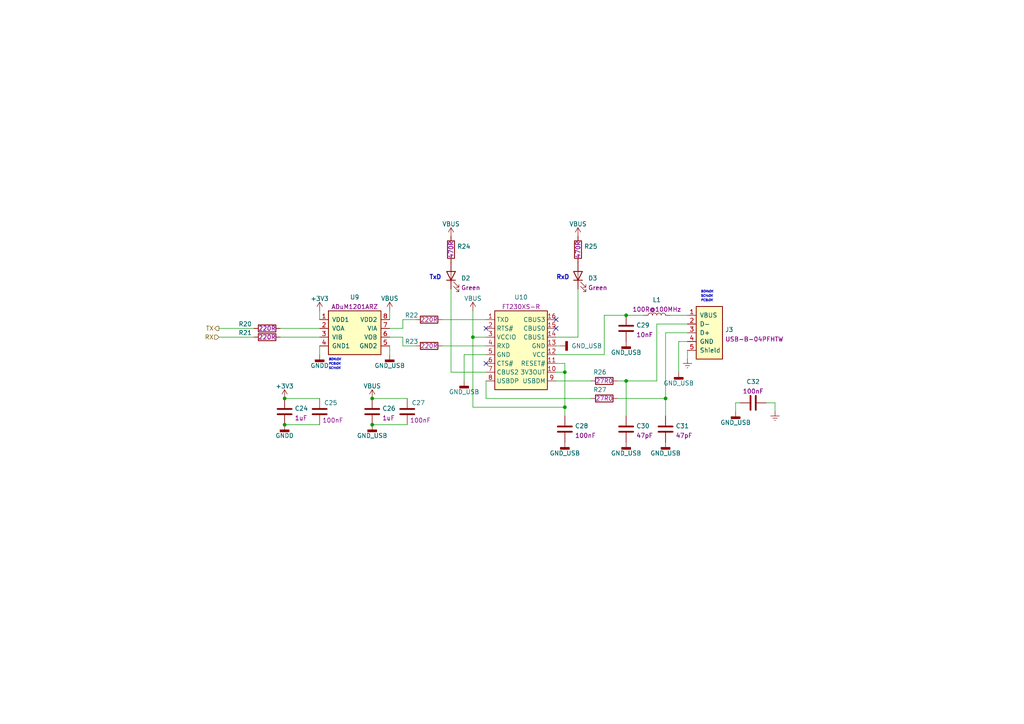
<source format=kicad_sch>
(kicad_sch (version 20211123) (generator eeschema)
  (paper "A4")
  (title_block (date "2022-03-07") (rev "V00") (company "Konvolúció Bt") (comment 1 "email: marrob50hz@gmail.com") (comment 2 "Tel: +36702776723") (comment 3 "https://github.com/marrob") (comment 4 "Support: "))
  (lib_symbols
    (symbol "0805 Green_1" (pin_numbers hide) (pin_names (offset 1.016) hide)
      (property "Reference" "D" (at 0 -2.54 0))
      (property "Comment" "Green" (at 0 -8.255 0))
      (symbol "0805 Green_1_1_1"
        (polyline (pts (xy -1.27 -1.27) (xy -1.27 1.27)) (stroke (width 0.254)))
        (polyline (pts (xy -1.27 0) (xy 1.27 0)))
        (polyline (pts (xy 1.27 -1.27) (xy 1.27 1.27) (xy -1.27 0) (xy 1.27 -1.27)) (stroke (width 0.254)))
        (polyline (pts (xy -3.048 -0.762) (xy -4.572 -2.286) (xy -3.81 -2.286) (xy -4.572 -2.286) (xy -4.572 -1.524)))
        (polyline (pts (xy -1.778 -0.762) (xy -3.302 -2.286) (xy -2.54 -2.286) (xy -3.302 -2.286) (xy -3.302 -1.524)))
        (pin passive line (at -3.81 0 0) (length 2.54) (name "K") (number "1"))
        (pin passive line (at 3.81 0 180) (length 2.54) (name "A") (number "2"))
      )
    )
    (symbol "Connectors:USB-B-04PFHTW" (pin_names (offset 1.016))
      (property "Reference" "P" (at -3.81 8.89 0))
      (property "Comment" "USB-B-04PFHTW" (at -1.27 -8.89 0))
      (symbol "USB-B-04PFHTW_0_1"
        (rectangle (start -3.81 7.62) (end 3.81 -7.62) (stroke (width 0.254)) (fill (type background)))
      )
      (symbol "USB-B-04PFHTW_1_1"
        (pin power_out line (at -6.35 5.08 0) (length 2.54) (name "VBUS") (number "1"))
        (pin bidirectional line (at -6.35 2.54 0) (length 2.54) (name "D-") (number "2"))
        (pin bidirectional line (at -6.35 0 0) (length 2.54) (name "D+") (number "3"))
        (pin power_out line (at -6.35 -2.54 0) (length 2.54) (name "GND") (number "4"))
        (pin passive line (at -6.35 -5.08 0) (length 2.54) (name "Shield") (number "5"))
      )
    )
    (symbol "CustomPowers:+3V3" (power) (pin_names (offset 0))
      (property "Value" "+3V3" (at 0 3.556 0))
      (symbol "+3V3_0_1"
        (polyline (pts (xy -0.762 1.27) (xy 0 2.54)))
        (polyline (pts (xy 0 0) (xy 0 2.54)))
        (polyline (pts (xy 0 2.54) (xy 0.762 1.27)))
      )
      (symbol "+3V3_1_1"
        (pin power_in line (at 0 0 90) (length 0) hide (name "+3V3") (number "1"))
      )
    )
    (symbol "CustomPowers:GNDD" (power) (pin_names (offset 0))
      (property "Value" "GNDD" (at 0 -3.175 0))
      (symbol "GNDD_0_1"
        (rectangle (start -1.27 -1.524) (end 1.27 -2.032) (stroke (width 0.254)) (fill (type outline)))
        (polyline (pts (xy 0 0) (xy 0 -1.524)))
      )
      (symbol "GNDD_1_1"
        (pin power_in line (at 0 0 270) (length 0) hide (name "GNDD") (number "1"))
      )
    )
    (symbol "CustomPowers:GND_USB" (power) (pin_names (offset 0))
      (property "Value" "GND_USB" (at 0 -3.175 0))
      (symbol "GND_USB_0_1"
        (rectangle (start -1.27 -1.524) (end 1.27 -2.032) (stroke (width 0.254)) (fill (type outline)))
        (polyline (pts (xy 0 0) (xy 0 -1.524)))
      )
      (symbol "GND_USB_1_1"
        (pin power_in line (at 0 0 270) (length 0) hide (name "GND_USB") (number "1"))
      )
    )
    (symbol "Interfaces:FT230XS"
      (property "Reference" "U" (at -7.62 15.24 0))
      (property "Comment" "FT230XS-R" (at -2.54 12.7 0))
      (symbol "FT230XS_0_1"
        (rectangle (start -7.62 11.43) (end 7.62 -11.43) (stroke (width 0.254)) (fill (type background)))
      )
      (symbol "FT230XS_1_1"
        (pin output line (at -10.16 8.89 0) (length 2.54) (name "TXD") (number "1"))
        (pin power_out line (at 10.16 -6.35 180) (length 2.54) (name "3V3OUT") (number "10"))
        (pin input line (at 10.16 -3.81 180) (length 2.54) (name "RESET#") (number "11"))
        (pin power_in line (at 10.16 -1.27 180) (length 2.54) (name "VCC") (number "12"))
        (pin power_in line (at 10.16 1.27 180) (length 2.54) (name "GND") (number "13"))
        (pin bidirectional line (at 10.16 3.81 180) (length 2.54) (name "CBUS1") (number "14"))
        (pin bidirectional line (at 10.16 6.35 180) (length 2.54) (name "CBUS0") (number "15"))
        (pin bidirectional line (at 10.16 8.89 180) (length 2.54) (name "CBUS3") (number "16"))
        (pin output line (at -10.16 6.35 0) (length 2.54) (name "RTS#") (number "2"))
        (pin power_in line (at -10.16 3.81 0) (length 2.54) (name "VCCIO") (number "3"))
        (pin input line (at -10.16 1.27 0) (length 2.54) (name "RXD") (number "4"))
        (pin power_in line (at -10.16 -1.27 0) (length 2.54) (name "GND") (number "5"))
        (pin input line (at -10.16 -3.81 0) (length 2.54) (name "CTS#") (number "6"))
        (pin bidirectional line (at -10.16 -6.35 0) (length 2.54) (name "CBUS2") (number "7"))
        (pin bidirectional line (at -10.16 -8.89 0) (length 2.54) (name "USBDP") (number "8"))
        (pin bidirectional line (at 10.16 -8.89 180) (length 2.54) (name "USBDM") (number "9"))
      )
    )
    (symbol "LED:0805 Green" (pin_numbers hide) (pin_names (offset 1.016) hide)
      (property "Reference" "D" (at 0 -2.54 0))
      (property "Comment" "Green" (at 0 -8.255 0))
      (symbol "0805 Green_1_1"
        (polyline (pts (xy -1.27 -1.27) (xy -1.27 1.27)) (stroke (width 0.254)))
        (polyline (pts (xy -1.27 0) (xy 1.27 0)))
        (polyline (pts (xy 1.27 -1.27) (xy 1.27 1.27) (xy -1.27 0) (xy 1.27 -1.27)) (stroke (width 0.254)))
        (polyline (pts (xy -3.048 -0.762) (xy -4.572 -2.286) (xy -3.81 -2.286) (xy -4.572 -2.286) (xy -4.572 -1.524)))
        (polyline (pts (xy -1.778 -0.762) (xy -3.302 -2.286) (xy -2.54 -2.286) (xy -3.302 -2.286) (xy -3.302 -1.524)))
        (pin passive line (at -3.81 0 0) (length 2.54) (name "K") (number "1"))
        (pin passive line (at 3.81 0 180) (length 2.54) (name "A") (number "2"))
      )
    )
    (symbol "Logic:ADuM1201ARZ" (pin_names (offset 1.016))
      (property "Reference" "U" (at -7.62 7.62 0))
      (property "Comment" "ADuM1201ARZ" (at 0.635 -27.94 0))
      (symbol "ADuM1201ARZ_1_1"
        (rectangle (start -7.62 6.35) (end 7.62 -6.35) (stroke (width 0.254)) (fill (type background)))
        (pin power_in line (at -10.16 3.81 0) (length 2.54) (name "VDD1") (number "1"))
        (pin output line (at -10.16 1.27 0) (length 2.54) (name "VOA") (number "2"))
        (pin input line (at -10.16 -1.27 0) (length 2.54) (name "VIB") (number "3"))
        (pin power_in line (at -10.16 -3.81 0) (length 2.54) (name "GND1") (number "4"))
        (pin power_in line (at 10.16 -3.81 180) (length 2.54) (name "GND2") (number "5"))
        (pin output line (at 10.16 -1.27 180) (length 2.54) (name "VOB") (number "6"))
        (pin input line (at 10.16 1.27 180) (length 2.54) (name "VIA") (number "7"))
        (pin power_in line (at 10.16 3.81 180) (length 2.54) (name "VDD2") (number "8"))
      )
    )
    (symbol "Passive:Capacitator 0805 100nF 50V 10% X7R" (pin_numbers hide) (pin_names (offset 1.016))
      (property "Reference" "C" (at 3.81 1.27 0))
      (property "Comment" "100nF" (at 6.35 -1.27 0))
      (symbol "Capacitator 0805 100nF 50V 10% X7R_1_1"
        (polyline (pts (xy -2.032 -0.762) (xy 2.032 -0.762)) (stroke (width 0.508)))
        (polyline (pts (xy -2.032 0.762) (xy 2.032 0.762)) (stroke (width 0.508)))
        (pin passive line (at 0 3.81 270) (length 2.794) (name "~") (number "1"))
        (pin passive line (at 0 -3.81 90) (length 2.794) (name "~") (number "2"))
      )
    )
    (symbol "Passive:Capacitator 0805 10nF 50V 10% C0G" (pin_numbers hide) (pin_names (offset 1.016) hide)
      (property "Reference" "C" (at 0 0 0))
      (property "Comment" "10nF" (at 0 0 0))
      (symbol "Capacitator 0805 10nF 50V 10% C0G_1_1"
        (polyline (pts (xy -2.032 -0.762) (xy 2.032 -0.762)) (stroke (width 0.508)))
        (polyline (pts (xy -2.032 0.762) (xy 2.032 0.762)) (stroke (width 0.508)))
        (pin passive line (at 0 3.81 270) (length 2.794) (name "~") (number "1"))
        (pin passive line (at 0 -3.81 90) (length 2.794) (name "~") (number "2"))
      )
    )
    (symbol "Passive:Capacitator 0805 1uF 16V 10% X7R" (pin_numbers hide) (pin_names (offset 1.016) hide)
      (property "Reference" "C" (at 0 -5.08 0))
      (property "Comment" "1uF" (at 0 -10.16 0))
      (symbol "Capacitator 0805 1uF 16V 10% X7R_1_1"
        (polyline (pts (xy -2.032 -0.762) (xy 2.032 -0.762)) (stroke (width 0.508)))
        (polyline (pts (xy -2.032 0.762) (xy 2.032 0.762)) (stroke (width 0.508)))
        (pin passive line (at 0 3.81 270) (length 2.794) (name "~") (number "1"))
        (pin passive line (at 0 -3.81 90) (length 2.794) (name "~") (number "2"))
      )
    )
    (symbol "Passive:Capacitator 0805 47pF 50V 5% NP0" (pin_numbers hide) (pin_names (offset 1.016))
      (property "Reference" "C" (at 0 0 0))
      (property "Comment" "47pF" (at 0 0 0))
      (symbol "Capacitator 0805 47pF 50V 5% NP0_1_1"
        (polyline (pts (xy -2.032 -0.762) (xy 2.032 -0.762)) (stroke (width 0.508)))
        (polyline (pts (xy -2.032 0.762) (xy 2.032 0.762)) (stroke (width 0.508)))
        (pin passive line (at 0 3.81 270) (length 2.794) (name "~") (number "1"))
        (pin passive line (at 0 -3.81 90) (length 2.794) (name "~") (number "2"))
      )
    )
    (symbol "Passive:Filter 0805 CB05YTYH101" (pin_numbers hide) (pin_names (offset 1.016) hide)
      (property "Reference" "L" (at 0 -5.715 0))
      (property "Comment" "100R@100MHz" (at 0 -7.62 0))
      (symbol "Filter 0805 CB05YTYH101_0_1"
        (arc (start 0 -2.54) (mid 0.635 -1.905) (end 0 -1.27))
        (arc (start 0 -1.27) (mid 0.635 -0.635) (end 0 0))
        (arc (start 0 0) (mid 0.635 0.635) (end 0 1.27))
        (arc (start 0 1.27) (mid 0.635 1.905) (end 0 2.54))
      )
      (symbol "Filter 0805 CB05YTYH101_1_1"
        (pin passive line (at 0 3.81 270) (length 1.27) (name "1") (number "1"))
        (pin passive line (at 0 -3.81 90) (length 1.27) (name "2") (number "2"))
      )
    )
    (symbol "Passive:Resistor 0805 220R" (pin_numbers hide) (pin_names (offset 1.016))
      (property "Reference" "R" (at 0 0 0))
      (property "Comment" "220R" (at 0 0 0))
      (symbol "Resistor 0805 220R_1_1"
        (rectangle (start -1.016 -2.54) (end 1.016 2.54) (stroke (width 0.254)))
        (pin passive line (at 0 3.81 270) (length 1.27) (name "~") (number "1"))
        (pin passive line (at 0 -3.81 90) (length 1.27) (name "~") (number "2"))
      )
    )
    (symbol "Passive:Resistor 0805 27R0" (pin_numbers hide) (pin_names (offset 1.016) hide)
      (property "Reference" "R" (at 0 0 0))
      (property "Comment" "27R0" (at 0 -22.86 0))
      (symbol "Resistor 0805 27R0_1_1"
        (rectangle (start -1.016 -2.54) (end 1.016 2.54) (stroke (width 0.254)))
        (pin passive line (at 0 3.81 270) (length 1.27) (name "~") (number "1"))
        (pin passive line (at 0 -3.81 90) (length 1.27) (name "~") (number "2"))
      )
    )
    (symbol "Passive:Resistor 0805 470R" (pin_numbers hide) (pin_names (offset 1.016))
      (property "Reference" "R" (at 0 0 0))
      (property "Comment" "470R" (at 0 0 0))
      (symbol "Resistor 0805 470R_1_1"
        (rectangle (start -1.016 -2.54) (end 1.016 2.54) (stroke (width 0.254)))
        (pin passive line (at 0 3.81 270) (length 1.27) (name "~") (number "1"))
        (pin passive line (at 0 -3.81 90) (length 1.27) (name "~") (number "2"))
      )
    )
    (symbol "power:Earth" (power) (pin_names (offset 0))
      (symbol "Earth_0_1"
        (polyline (pts (xy -0.635 -1.905) (xy 0.635 -1.905)))
        (polyline (pts (xy -0.127 -2.54) (xy 0.127 -2.54)))
        (polyline (pts (xy 0 -1.27) (xy 0 0)))
        (polyline (pts (xy 1.27 -1.27) (xy -1.27 -1.27)))
      )
      (symbol "Earth_1_1"
        (pin power_in line (at 0 0 270) (length 0) hide (name "Earth") (number "1"))
      )
    )
    (symbol "power:VBUS" (power) (pin_names (offset 0))
      (property "Value" "VBUS" (at 0 3.81 0))
      (symbol "VBUS_0_1"
        (polyline (pts (xy -0.762 1.27) (xy 0 2.54)))
        (polyline (pts (xy 0 0) (xy 0 2.54)))
        (polyline (pts (xy 0 2.54) (xy 0.762 1.27)))
      )
      (symbol "VBUS_1_1"
        (pin power_in line (at 0 0 90) (length 0) hide (name "VBUS") (number "1"))
      )
    )
  )
  (junction (at 163.83 107.95))
  (junction (at 163.83 118.11))
  (junction (at 82.55 123.19))
  (junction (at 181.61 110.49))
  (junction (at 107.95 115.57))
  (junction (at 82.55 115.57))
  (junction (at 137.16 97.79))
  (junction (at 107.95 123.19))
  (junction (at 181.61 91.44))
  (junction (at 193.04 115.57))
  (no_connect (at 140.97 95.25))
  (no_connect (at 140.97 105.41))
  (no_connect (at 161.29 92.71))
  (no_connect (at 161.29 95.25))
  (wire (pts (xy 161.29 100.33) (xy 162.56 100.33)))
  (wire (pts (xy 113.03 90.17) (xy 113.03 92.71)))
  (wire (pts (xy 81.28 95.25) (xy 92.71 95.25)))
  (wire (pts (xy 82.55 115.57) (xy 92.71 115.57)))
  (wire (pts (xy 107.95 115.57) (xy 118.11 115.57)))
  (wire (pts (xy 193.04 115.57) (xy 193.04 96.52)))
  (wire (pts (xy 194.31 91.44) (xy 199.39 91.44)))
  (wire (pts (xy 190.5 93.98) (xy 190.5 110.49)))
  (wire (pts (xy 63.5 97.79) (xy 73.66 97.79)))
  (wire (pts (xy 161.29 107.95) (xy 163.83 107.95)))
  (wire (pts (xy 163.83 118.11) (xy 163.83 120.65)))
  (wire (pts (xy 224.79 116.84) (xy 222.25 116.84)))
  (wire (pts (xy 163.83 107.95) (xy 163.83 118.11)))
  (wire (pts (xy 175.26 91.44) (xy 175.26 102.87)))
  (wire (pts (xy 128.27 92.71) (xy 140.97 92.71)))
  (wire (pts (xy 81.28 97.79) (xy 92.71 97.79)))
  (wire (pts (xy 224.79 119.38) (xy 224.79 116.84)))
  (wire (pts (xy 134.62 102.87) (xy 140.97 102.87)))
  (wire (pts (xy 92.71 100.33) (xy 92.71 102.87)))
  (wire (pts (xy 128.27 100.33) (xy 140.97 100.33)))
  (wire (pts (xy 107.95 123.19) (xy 118.11 123.19)))
  (wire (pts (xy 161.29 97.79) (xy 167.64 97.79)))
  (wire (pts (xy 113.03 97.79) (xy 116.84 97.79)))
  (wire (pts (xy 161.29 102.87) (xy 175.26 102.87)))
  (wire (pts (xy 213.36 116.84) (xy 213.36 119.38)))
  (wire (pts (xy 181.61 110.49) (xy 190.5 110.49)))
  (wire (pts (xy 199.39 101.6) (xy 199.39 104.14)))
  (wire (pts (xy 167.64 83.82) (xy 167.64 97.79)))
  (wire (pts (xy 113.03 95.25) (xy 116.84 95.25)))
  (wire (pts (xy 161.29 105.41) (xy 163.83 105.41)))
  (wire (pts (xy 137.16 118.11) (xy 163.83 118.11)))
  (wire (pts (xy 134.62 102.87) (xy 134.62 110.49)))
  (wire (pts (xy 92.71 90.17) (xy 92.71 92.71)))
  (wire (pts (xy 214.63 116.84) (xy 213.36 116.84)))
  (wire (pts (xy 82.55 123.19) (xy 92.71 123.19)))
  (wire (pts (xy 116.84 97.79) (xy 116.84 100.33)))
  (wire (pts (xy 181.61 91.44) (xy 175.26 91.44)))
  (wire (pts (xy 113.03 100.33) (xy 113.03 102.87)))
  (wire (pts (xy 137.16 90.17) (xy 137.16 97.79)))
  (wire (pts (xy 190.5 93.98) (xy 199.39 93.98)))
  (wire (pts (xy 116.84 92.71) (xy 116.84 95.25)))
  (wire (pts (xy 171.45 115.57) (xy 140.97 115.57)))
  (wire (pts (xy 181.61 110.49) (xy 181.61 120.65)))
  (wire (pts (xy 137.16 97.79) (xy 140.97 97.79)))
  (wire (pts (xy 130.81 107.95) (xy 140.97 107.95)))
  (wire (pts (xy 116.84 100.33) (xy 120.65 100.33)))
  (wire (pts (xy 193.04 115.57) (xy 193.04 120.65)))
  (wire (pts (xy 140.97 115.57) (xy 140.97 110.49)))
  (wire (pts (xy 161.29 110.49) (xy 171.45 110.49)))
  (wire (pts (xy 199.39 99.06) (xy 196.85 99.06)))
  (wire (pts (xy 137.16 97.79) (xy 137.16 118.11)))
  (wire (pts (xy 179.07 115.57) (xy 193.04 115.57)))
  (wire (pts (xy 130.81 83.82) (xy 130.81 107.95)))
  (wire (pts (xy 179.07 110.49) (xy 181.61 110.49)))
  (wire (pts (xy 63.5 95.25) (xy 73.66 95.25)))
  (wire (pts (xy 193.04 96.52) (xy 199.39 96.52)))
  (wire (pts (xy 116.84 92.71) (xy 120.65 92.71)))
  (wire (pts (xy 186.69 91.44) (xy 181.61 91.44)))
  (wire (pts (xy 196.85 99.06) (xy 196.85 107.95)))
  (wire (pts (xy 163.83 105.41) (xy 163.83 107.95)))
  (text "TxD" (at 124.46 81.28 0) (effects (font (size 1.27 1.27) bold) (justify left bottom)))
  (text "PCB:OK" (at 95.25 106.045 0) (effects (font (size 0.635 0.635) italic) (justify left bottom)))
  (text "RxD" (at 161.29 81.28 0) (effects (font (size 1.27 1.27) (thickness 0.254) bold) (justify left bottom)))
  (text "SCH:OK" (at 203.2 86.36 0) (effects (font (size 0.635 0.635) italic) (justify left bottom)))
  (text "PCB:OK" (at 203.2 87.63 0) (effects (font (size 0.635 0.635) italic) (justify left bottom)))
  (text "SCH:OK" (at 95.25 107.315 0) (effects (font (size 0.635 0.635) italic) (justify left bottom)))
  (text "BOM:OK" (at 203.2 85.09 0) (effects (font (size 0.635 0.635) italic) (justify left bottom)))
  (text "BOM:OK" (at 95.25 104.775 0) (effects (font (size 0.635 0.635) italic) (justify left bottom)))
  (hierarchical_label "RX" (shape input) (at 63.5 97.79 180))
  (hierarchical_label "TX" (shape output) (at 63.5 95.25 180))
  (symbol (lib_id "power:Earth") (at 224.79 119.38 0) (unit 1)
    (property "Reference" "#PWR081" (effects hide))
    (property "Value" "Earth" (effects hide))
  )
  (symbol (lib_id "CustomPowers:+3V3") (at 82.55 115.57 0) (unit 1)
    (property "Reference" "#PWR061" (effects hide))
    (property "Value" "+3V3" (at 82.55 112.014 0))
  )
  (symbol (lib_id "Passive:Capacitator 0805 100nF 50V 10% X7R") (at 118.11 119.38 0) (unit 1)
    (property "Reference" "C27" (at 119.38 116.84 0) (effects (justify left)))
    (property "Value" "Capacitator 0805 100nF 50V 10% X7R" (effects hide))
    (property "Footprint" "Passive:C0805" (effects hide))
    (property "Comment" "100nF" (at 121.92 121.92 0))
    (property "Manufacturer" "YAGEO" (effects hide))
    (property "ManufacturerPartNo" "CC0805KRX7R9BB104" (effects hide))
    (property "Supplier" "FAR-3019949;LOM-82-01-25" (effects hide))
  )
  (symbol (lib_id "Interfaces:FT230XS") (at 151.13 101.6 0) (unit 1)
    (property "Reference" "U10" (at 151.13 86.2035 0))
    (property "Value" "FT230XS" (effects hide))
    (property "Footprint" "Semiconductor:SSOP-16" (effects hide))
    (property "Datasheet" "${KNV_DATASHEET}\\FT230XS.pdf" (effects hide))
    (property "Comment" "FT230XS-R" (at 151.13 88.9786 0))
    (property "Manufacturer" "FTDI" (effects hide))
    (property "ManufacturerPartNo" "FT230XS-R" (effects hide))
    (property "Supplier" "FAR-2081321RL;TME-FT230XS-R;" (effects hide))
  )
  (symbol (lib_id "power:VBUS") (at 107.95 115.57 0) (unit 1)
    (property "Reference" "#PWR065" (effects hide))
    (property "Value" "VBUS" (at 107.95 111.9655 0))
  )
  (symbol (lib_id "CustomPowers:GND_USB") (at 213.36 119.38 0) (unit 1)
    (property "Reference" "#PWR080" (effects hide))
    (property "Value" "GND_USB" (at 213.36 122.555 0))
  )
  (symbol (lib_id "Passive:Capacitator 0805 47pF 50V 5% NP0") (at 193.04 124.46 0) (unit 1)
    (property "Reference" "C31" (at 195.961 123.5515 0) (effects (justify left)))
    (property "Value" "Capacitator 0805 47pF 50V 5% NP0" (effects hide))
    (property "Footprint" "Passive:C0805" (effects hide))
    (property "Comment" "47pF" (at 195.961 126.3266 0) (effects (justify left)))
    (property "Manufacturer" "SAMSUNG;" (effects hide))
    (property "ManufacturerPartNo" "CL21C470JBANNNC;" (effects hide))
    (property "Supplier" "LOM-82-05-57;TME-CL21C470JBANNNC;" (effects hide))
  )
  (symbol (lib_id "CustomPowers:GND_USB") (at 113.03 102.87 0) (unit 1)
    (property "Reference" "#PWR068" (effects hide))
    (property "Value" "GND_USB" (at 113.03 106.045 0))
  )
  (symbol (lib_id "Passive:Resistor 0805 220R") (at 124.46 92.71 90) (unit 1)
    (property "Reference" "R22" (at 119.38 91.44 90))
    (property "Value" "Resistor 0805 220R" (effects hide))
    (property "Footprint" "Passive:R0805" (effects hide))
    (property "Comment" "220R" (at 124.46 92.71 90))
    (property "Manufacturer" "Viking Tech Corp." (effects hide))
    (property "ManufacturerPartNo" "CR-05FL7--220R 0.125W " (effects hide))
    (property "Supplier" "LOM-80-10-78;" (effects hide))
  )
  (symbol (lib_id "CustomPowers:GND_USB") (at 107.95 123.19 0) (unit 1)
    (property "Reference" "#PWR066" (effects hide))
    (property "Value" "GND_USB" (at 107.95 126.365 0))
  )
  (symbol (lib_id "Passive:Resistor 0805 470R") (at 167.64 72.39 0) (unit 1)
    (property "Reference" "R25" (at 169.418 71.4815 0) (effects (justify left)))
    (property "Value" "Resistor 0805 470R" (effects hide))
    (property "Footprint" "Passive:R0805" (effects hide))
    (property "Comment" "470R" (at 167.64 72.39 90))
    (property "Manufacturer" "Walsin" (effects hide))
    (property "ManufacturerPartNo" "WR08X471JTL" (effects hide))
    (property "Supplier" "LOM-81-30-15;" (effects hide))
  )
  (symbol (lib_id "CustomPowers:GND_USB") (at 163.83 128.27 0) (unit 1)
    (property "Reference" "#PWR073" (effects hide))
    (property "Value" "GND_USB" (at 163.83 131.445 0))
  )
  (symbol (lib_id "CustomPowers:GND_USB") (at 134.62 110.49 0) (unit 1)
    (property "Reference" "#PWR070" (effects hide))
    (property "Value" "GND_USB" (at 134.62 113.665 0))
  )
  (symbol (lib_name "0805 Green_1") (lib_id "LED:0805 Green") (at 167.64 80.01 90) (unit 1)
    (property "Reference" "D3" (at 170.561 80.689 90) (effects (justify right)))
    (property "Value" "0805 Green" (effects hide))
    (property "Footprint" "Passive:LED0805 GRE" (effects hide))
    (property "Comment" "Green" (at 170.561 83.4641 90) (effects (justify right)))
    (property "Manufacturer" "KINGBRIGHT;Hongli Tronic;" (effects hide))
    (property "ManufacturerPartNo" "KP-2010SGC" (effects hide))
    (property "Supplier" "TME-KP-2012SGC;FAR-2099239;LOM-95-01-09;LOM-95-04-06;" (effects hide))
  )
  (symbol (lib_id "CustomPowers:GND_USB") (at 181.61 128.27 0) (unit 1)
    (property "Reference" "#PWR076" (effects hide))
    (property "Value" "GND_USB" (at 181.61 131.445 0))
  )
  (symbol (lib_id "Passive:Capacitator 0805 1uF 16V 10% X7R") (at 107.95 119.38 0) (unit 1)
    (property "Reference" "C26" (at 110.871 118.4715 0) (effects (justify left)))
    (property "Value" "Capacitator 0805 1uF 16V 10% X7R" (effects hide))
    (property "Footprint" "Passive:C0805" (effects hide))
    (property "Comment" "1uF" (at 110.871 121.2466 0) (effects (justify left)))
    (property "Manufacturer" "YAGEO; SAMSUNG;" (effects hide))
    (property "ManufacturerPartNo" "CC0805KKX7R7BB105;CL21B105KBFNNNG;" (effects hide))
    (property "Supplier" "LOM-82-05-11;FAR-2370711;TME-CC0805KKX7R7BB105;" (effects hide))
  )
  (symbol (lib_id "Passive:Capacitator 0805 10nF 50V 10% C0G") (at 181.61 95.25 0) (unit 1)
    (property "Reference" "C29" (at 184.531 94.3415 0) (effects (justify left)))
    (property "Value" "Capacitator 0805 10nF 50V 10% C0G" (effects hide))
    (property "Footprint" "Passive:C0805" (effects hide))
    (property "Comment" "10nF" (at 184.531 97.1166 0) (effects (justify left)))
    (property "Manufacturer" "WALSIN" (effects hide))
    (property "ManufacturerPartNo" "0805N103J500" (effects hide))
    (property "Supplier" "TME-0805N103J500;" (effects hide))
  )
  (symbol (lib_id "power:VBUS") (at 113.03 90.17 0) (unit 1)
    (property "Reference" "#PWR067" (effects hide))
    (property "Value" "VBUS" (at 113.03 86.5655 0))
  )
  (symbol (lib_id "CustomPowers:GND_USB") (at 162.56 100.33 90) (unit 1)
    (property "Reference" "#PWR072" (effects hide))
    (property "Value" "GND_USB" (at 170.18 100.33 90))
  )
  (symbol (lib_id "power:VBUS") (at 167.64 68.58 0) (unit 1)
    (property "Reference" "#PWR074" (effects hide))
    (property "Value" "VBUS" (at 167.64 64.9755 0))
  )
  (symbol (lib_id "power:Earth") (at 199.39 104.14 0) (unit 1)
    (property "Reference" "#PWR079" (effects hide))
    (property "Value" "Earth" (effects hide))
  )
  (symbol (lib_id "CustomPowers:+3V3") (at 92.71 90.17 0) (unit 1)
    (property "Reference" "#PWR063" (effects hide))
    (property "Value" "+3V3" (at 92.71 86.614 0))
  )
  (symbol (lib_id "Passive:Capacitator 0805 47pF 50V 5% NP0") (at 181.61 124.46 0) (unit 1)
    (property "Reference" "C30" (at 184.531 123.5515 0) (effects (justify left)))
    (property "Value" "Capacitator 0805 47pF 50V 5% NP0" (effects hide))
    (property "Footprint" "Passive:C0805" (effects hide))
    (property "Comment" "47pF" (at 184.531 126.3266 0) (effects (justify left)))
    (property "Manufacturer" "SAMSUNG;" (effects hide))
    (property "ManufacturerPartNo" "CL21C470JBANNNC;" (effects hide))
    (property "Supplier" "LOM-82-05-57;TME-CL21C470JBANNNC;" (effects hide))
  )
  (symbol (lib_id "Passive:Capacitator 0805 1uF 16V 10% X7R") (at 82.55 119.38 0) (unit 1)
    (property "Reference" "C24" (at 85.471 118.4715 0) (effects (justify left)))
    (property "Value" "Capacitator 0805 1uF 16V 10% X7R" (effects hide))
    (property "Footprint" "Passive:C0805" (effects hide))
    (property "Comment" "1uF" (at 85.471 121.2466 0) (effects (justify left)))
    (property "Manufacturer" "YAGEO; SAMSUNG;" (effects hide))
    (property "ManufacturerPartNo" "CC0805KKX7R7BB105;CL21B105KBFNNNG;" (effects hide))
    (property "Supplier" "LOM-82-05-11;FAR-2370711;TME-CC0805KKX7R7BB105;" (effects hide))
  )
  (symbol (lib_id "Passive:Resistor 0805 27R0") (at 175.26 110.49 90) (unit 1)
    (property "Reference" "R26" (at 173.99 107.95 90))
    (property "Value" "Resistor 0805 27R0" (effects hide))
    (property "Footprint" "Passive:R0805" (effects hide))
    (property "Comment" "27R0" (at 175.26 110.49 90))
    (property "Manufacturer" "ROYAL OHM" (effects hide))
    (property "ManufacturerPartNo" "0805S8J0270T5E" (effects hide))
    (property "Supplier" "TME-SMD0805-27R;LOM-80-10-67;" (effects hide))
  )
  (symbol (lib_id "Connectors:USB-B-04PFHTW") (at 205.74 96.52 0) (unit 1)
    (property "Reference" "J3" (at 210.312 95.6115 0) (effects (justify left)))
    (property "Value" "USB-B-04PFHTW" (effects hide))
    (property "Footprint" "Connectors:T-T USB-B-04PFHTW" (effects hide))
    (property "Datasheet" "${KNV_DATASHEET}\\USB-B-04PFHTW.pdf" (effects hide))
    (property "Comment" "USB-B-04PFHTW" (at 210.312 98.3866 0) (effects (justify left)))
    (property "Manufacturer" "T&T CONNECTION" (effects hide))
    (property "ManufacturerPartNo" "USB-A-S04PFHTW;MX-67068-8000;" (effects hide))
    (property "Supplier" "LOM-43-14-75;TME-MX-67068-8000;" (effects hide))
  )
  (symbol (lib_id "CustomPowers:GND_USB") (at 196.85 107.95 0) (unit 1)
    (property "Reference" "#PWR078" (effects hide))
    (property "Value" "GND_USB" (at 196.85 111.125 0))
  )
  (symbol (lib_id "Logic:ADuM1201ARZ") (at 102.87 96.52 0) (unit 1)
    (property "Reference" "U9" (at 102.87 86.2035 0))
    (property "Value" "ADuM1201ARZ" (effects hide))
    (property "Footprint" "Semiconductor:SOIC-8" (effects hide))
    (property "Datasheet" "${KNV_DATASHEET}\\ADuM1201ARZ.pdf" (effects hide))
    (property "Comment" "ADuM1201ARZ" (at 102.87 88.9786 0))
    (property "Manufacturer" "ANALOG DEVICES;SILICON LABS; TI" (effects hide))
    (property "ManufacturerPartNo" "ADUM1201ARZ; SI8621AB-B-IS; ISO7221AD" (effects hide))
    (property "Supplier" "FAR-1078200; SOS-56891; TME-ADUM1201ARZ; TME-SI8621AB-B-IS; TME-ISO7221AD" (effects hide))
  )
  (symbol (lib_id "CustomPowers:GND_USB") (at 193.04 128.27 0) (unit 1)
    (property "Reference" "#PWR077" (effects hide))
    (property "Value" "GND_USB" (at 193.04 131.445 0))
  )
  (symbol (lib_id "Passive:Capacitator 0805 100nF 50V 10% X7R") (at 218.44 116.84 90) (unit 1)
    (property "Reference" "C32" (at 218.44 110.7145 90))
    (property "Value" "Capacitator 0805 100nF 50V 10% X7R" (effects hide))
    (property "Footprint" "Passive:C0805" (effects hide))
    (property "Comment" "100nF" (at 218.44 113.4896 90))
    (property "Manufacturer" "YAGEO" (effects hide))
    (property "ManufacturerPartNo" "CC0805KRX7R9BB104" (effects hide))
    (property "Supplier" "FAR-3019949;LOM-82-01-25" (effects hide))
  )
  (symbol (lib_id "CustomPowers:GNDD") (at 92.71 102.87 0) (unit 1)
    (property "Reference" "#PWR064" (effects hide))
    (property "Value" "GNDD" (at 92.71 106.045 0))
  )
  (symbol (lib_id "Passive:Resistor 0805 470R") (at 130.81 72.39 0) (unit 1)
    (property "Reference" "R24" (at 132.588 71.4815 0) (effects (justify left)))
    (property "Value" "Resistor 0805 470R" (effects hide))
    (property "Footprint" "Passive:R0805" (effects hide))
    (property "Comment" "470R" (at 130.81 72.39 90))
    (property "Manufacturer" "Walsin" (effects hide))
    (property "ManufacturerPartNo" "WR08X471JTL" (effects hide))
    (property "Supplier" "LOM-81-30-15;" (effects hide))
  )
  (symbol (lib_id "Passive:Capacitator 0805 100nF 50V 10% X7R") (at 92.71 119.38 0) (unit 1)
    (property "Reference" "C25" (at 93.98 116.84 0) (effects (justify left)))
    (property "Value" "Capacitator 0805 100nF 50V 10% X7R" (effects hide))
    (property "Footprint" "Passive:C0805" (effects hide))
    (property "Comment" "100nF" (at 96.52 121.92 0))
    (property "Manufacturer" "YAGEO" (effects hide))
    (property "ManufacturerPartNo" "CC0805KRX7R9BB104" (effects hide))
    (property "Supplier" "FAR-3019949;LOM-82-01-25" (effects hide))
  )
  (symbol (lib_id "Passive:Filter 0805 CB05YTYH101") (at 190.5 91.44 90) (unit 1)
    (property "Reference" "L1" (at 190.5 86.9655 90))
    (property "Value" "Filter 0805 CB05YTYH101" (effects hide))
    (property "Footprint" "Passive:L0805" (effects hide))
    (property "Datasheet" "${KNV_DATASHEET}\\CB05YTYH101.pdf" (effects hide))
    (property "Comment" "100R@100MHz" (at 190.5 89.7406 90))
    (property "Manufacturer" "VIKING" (effects hide))
    (property "ManufacturerPartNo" "CB05YTYH101" (effects hide))
    (property "Supplier" "LOM-93-03-09;" (effects hide))
  )
  (symbol (lib_id "CustomPowers:GND_USB") (at 181.61 99.06 0) (unit 1)
    (property "Reference" "#PWR075" (effects hide))
    (property "Value" "GND_USB" (at 181.61 102.235 0))
  )
  (symbol (lib_id "power:VBUS") (at 130.81 68.58 0) (unit 1)
    (property "Reference" "#PWR069" (effects hide))
    (property "Value" "VBUS" (at 130.81 64.9755 0))
  )
  (symbol (lib_id "CustomPowers:GNDD") (at 82.55 123.19 0) (unit 1)
    (property "Reference" "#PWR062" (effects hide))
    (property "Value" "GNDD" (at 82.55 126.365 0))
  )
  (symbol (lib_id "Passive:Resistor 0805 220R") (at 124.46 100.33 90) (unit 1)
    (property "Reference" "R23" (at 119.38 99.06 90))
    (property "Value" "Resistor 0805 220R" (effects hide))
    (property "Footprint" "Passive:R0805" (effects hide))
    (property "Comment" "220R" (at 124.46 100.33 90))
    (property "Manufacturer" "Viking Tech Corp." (effects hide))
    (property "ManufacturerPartNo" "CR-05FL7--220R 0.125W " (effects hide))
    (property "Supplier" "LOM-80-10-78;" (effects hide))
  )
  (symbol (lib_id "Passive:Capacitator 0805 100nF 50V 10% X7R") (at 163.83 124.46 0) (unit 1)
    (property "Reference" "C28" (at 166.751 123.5515 0) (effects (justify left)))
    (property "Value" "Capacitator 0805 100nF 50V 10% X7R" (effects hide))
    (property "Footprint" "Passive:C0805" (effects hide))
    (property "Comment" "100nF" (at 166.751 126.3266 0) (effects (justify left)))
    (property "Manufacturer" "YAGEO" (effects hide))
    (property "ManufacturerPartNo" "CC0805KRX7R9BB104" (effects hide))
    (property "Supplier" "FAR-3019949;LOM-82-01-25" (effects hide))
  )
  (symbol (lib_id "Passive:Resistor 0805 27R0") (at 175.26 115.57 90) (unit 1)
    (property "Reference" "R27" (at 173.99 113.03 90))
    (property "Value" "Resistor 0805 27R0" (effects hide))
    (property "Footprint" "Passive:R0805" (effects hide))
    (property "Comment" "27R0" (at 175.26 115.57 90))
    (property "Manufacturer" "ROYAL OHM" (effects hide))
    (property "ManufacturerPartNo" "0805S8J0270T5E" (effects hide))
    (property "Supplier" "TME-SMD0805-27R;LOM-80-10-67;" (effects hide))
  )
  (symbol (lib_id "Passive:Resistor 0805 220R") (at 77.47 97.79 90) (unit 1)
    (property "Reference" "R21" (at 71.12 96.52 90))
    (property "Value" "Resistor 0805 220R" (effects hide))
    (property "Footprint" "Passive:R0805" (effects hide))
    (property "Comment" "220R" (at 77.47 97.79 90))
    (property "Manufacturer" "Viking Tech Corp." (effects hide))
    (property "ManufacturerPartNo" "CR-05FL7--220R 0.125W " (effects hide))
    (property "Supplier" "LOM-80-10-78;" (effects hide))
  )
  (symbol (lib_id "power:VBUS") (at 137.16 90.17 0) (unit 1)
    (property "Reference" "#PWR071" (effects hide))
    (property "Value" "VBUS" (at 137.16 86.5655 0))
  )
  (symbol (lib_id "Passive:Resistor 0805 220R") (at 77.47 95.25 90) (unit 1)
    (property "Reference" "R20" (at 71.12 93.98 90))
    (property "Value" "Resistor 0805 220R" (effects hide))
    (property "Footprint" "Passive:R0805" (effects hide))
    (property "Comment" "220R" (at 77.47 95.25 90))
    (property "Manufacturer" "Viking Tech Corp." (effects hide))
    (property "ManufacturerPartNo" "CR-05FL7--220R 0.125W " (effects hide))
    (property "Supplier" "LOM-80-10-78;" (effects hide))
  )
  (symbol (lib_id "LED:0805 Green") (at 130.81 80.01 90) (unit 1)
    (property "Reference" "D2" (at 133.731 80.689 90) (effects (justify right)))
    (property "Value" "0805 Green" (effects hide))
    (property "Footprint" "Passive:LED0805 GRE" (effects hide))
    (property "Comment" "Green" (at 133.731 83.4641 90) (effects (justify right)))
    (property "Manufacturer" "KINGBRIGHT;Hongli Tronic;" (effects hide))
    (property "ManufacturerPartNo" "KP-2010SGC" (effects hide))
    (property "Supplier" "TME-KP-2012SGC;FAR-2099239;LOM-95-01-09;LOM-95-04-06;" (effects hide))
  )
)
</source>
